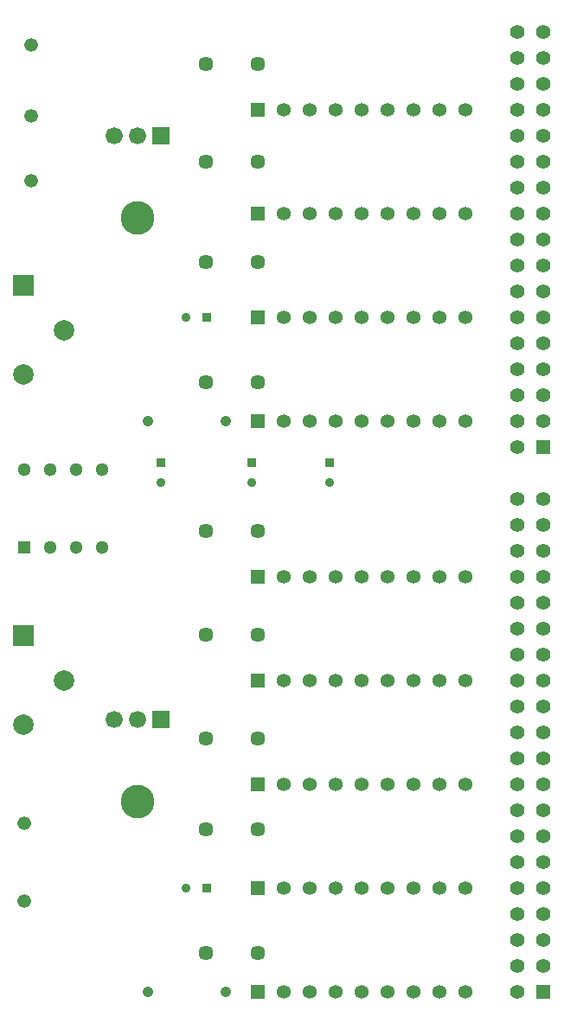
<source format=gbr>
G04 DipTrace 4.3.0.5*
G04 TopPaste.gbr*
%MOMM*%
G04 #@! TF.FileFunction,Paste,Top*
G04 #@! TF.Part,Single*
%ADD43C,3.3*%
%ADD55C,2.0*%
%ADD57R,2.0X2.0*%
%ADD59C,1.3*%
%ADD61R,1.3X1.3*%
%ADD63C,1.324*%
%ADD65C,1.36*%
%ADD67R,1.36X1.36*%
%ADD69C,1.07*%
%ADD71C,1.07*%
%ADD73C,1.68*%
%ADD75R,1.68X1.68*%
%ADD78C,1.4*%
%ADD80R,1.4X1.4*%
%ADD82C,1.45*%
%ADD83C,0.9*%
%ADD84R,0.9X0.9*%
%FSLAX35Y35*%
G04*
G71*
G90*
G75*
G01*
G04 TopPaste*
%LPD*%
D84*
X-2349504Y481000D3*
D83*
X-2349496Y281000D3*
D84*
X-4000503Y481000D3*
D83*
X-4000497Y281000D3*
D84*
X-3111500Y481000D3*
D83*
Y281000D3*
D84*
X-3551250Y-3682996D3*
D83*
X-3751250Y-3683004D3*
D84*
X-3551250Y1905002D3*
D83*
X-3751250Y1904998D3*
D82*
X-3556000Y-3111500D3*
X-3048000D3*
X-3556000Y-4318000D3*
X-3048000D3*
X-3556000Y-1206500D3*
X-3048000D3*
X-3556000Y-190500D3*
X-3048000D3*
X-3556000Y-2222500D3*
X-3048000D3*
X-3556000Y1270000D3*
X-3048000D3*
X-3556000Y2444750D3*
X-3048000D3*
X-3556000Y3429000D3*
X-3048000D3*
X-3556000Y4381500D3*
X-3048000D3*
D80*
X-254500Y635000D3*
D78*
X-508500D3*
X-254500Y889000D3*
X-508500D3*
X-254500Y1143000D3*
X-508500D3*
X-254500Y1397000D3*
X-508500D3*
X-254500Y1651000D3*
X-508500D3*
X-254500Y1905000D3*
X-508500D3*
X-254500Y2159000D3*
X-508500D3*
X-254500Y2413000D3*
X-508500D3*
X-254500Y2667000D3*
X-508500D3*
X-254500Y2921000D3*
X-508500D3*
X-254500Y3175000D3*
X-508500D3*
X-254500Y3429000D3*
X-508500D3*
X-254500Y3683000D3*
X-508500D3*
X-254500Y3937000D3*
X-508500D3*
X-254500Y4191000D3*
X-508500D3*
X-254500Y4445000D3*
X-508500D3*
X-254500Y4699000D3*
X-508500D3*
D80*
X-254000Y-4699000D3*
D78*
X-508000D3*
X-254000Y-4445000D3*
X-508000D3*
X-254000Y-4191000D3*
X-508000D3*
X-254000Y-3937000D3*
X-508000D3*
X-254000Y-3683000D3*
X-508000D3*
X-254000Y-3429000D3*
X-508000D3*
X-254000Y-3175000D3*
X-508000D3*
X-254000Y-2921000D3*
X-508000D3*
X-254000Y-2667000D3*
X-508000D3*
X-254000Y-2413000D3*
X-508000D3*
X-254000Y-2159000D3*
X-508000D3*
X-254000Y-1905000D3*
X-508000D3*
X-254000Y-1651000D3*
X-508000D3*
X-254000Y-1397000D3*
X-508000D3*
X-254000Y-1143000D3*
X-508000D3*
X-254000Y-889000D3*
X-508000D3*
X-254000Y-635000D3*
X-508000D3*
X-254000Y-381000D3*
X-508000D3*
X-254000Y-127000D3*
X-508000D3*
X-254000Y127000D3*
X-508000D3*
D43*
X-4222750Y2873377D3*
Y-2841623D3*
D75*
X-4000500Y-2032000D3*
D73*
X-4229500D3*
X-4458500D3*
D75*
X-4000500Y3683000D3*
D73*
X-4229500D3*
X-4458500D3*
D71*
X-3365500Y-4699000D3*
D69*
X-4127500D3*
D71*
X-3365500Y889011D3*
D69*
X-4127500Y888989D3*
D67*
X-3048001Y-3683030D3*
D65*
X-2794001Y-3683022D3*
X-2540001Y-3683015D3*
X-2286001Y-3683007D3*
X-2032001Y-3683000D3*
X-1778001Y-3682993D3*
X-1524001Y-3682985D3*
X-1270001Y-3682978D3*
X-1016001Y-3682970D3*
D67*
X-3048000Y-4699000D3*
D65*
X-2794000D3*
X-2540000D3*
X-2286000D3*
X-2032000D3*
X-1778000D3*
X-1524000D3*
X-1270000D3*
X-1016000D3*
D67*
X-3048001Y-1651030D3*
D65*
X-2794001Y-1651022D3*
X-2540001Y-1651015D3*
X-2286001Y-1651007D3*
X-2032001Y-1651000D3*
X-1778001Y-1650993D3*
X-1524001Y-1650985D3*
X-1270001Y-1650978D3*
X-1016001Y-1650970D3*
D67*
X-3048001Y-635030D3*
D65*
X-2794001Y-635022D3*
X-2540001Y-635015D3*
X-2286001Y-635007D3*
X-2032001Y-635000D3*
X-1778001Y-634993D3*
X-1524001Y-634985D3*
X-1270001Y-634978D3*
X-1016001Y-634970D3*
D67*
X-3048000Y-2667000D3*
D65*
X-2794000D3*
X-2540000D3*
X-2286000D3*
X-2032000D3*
X-1778000D3*
X-1524000D3*
X-1270000D3*
X-1016000D3*
D67*
X-3048001Y888970D3*
D65*
X-2794001Y888978D3*
X-2540001Y888985D3*
X-2286001Y888993D3*
X-2032001Y889000D3*
X-1778001Y889007D3*
X-1524001Y889015D3*
X-1270001Y889022D3*
X-1016001Y889030D3*
D67*
X-3048000Y1905000D3*
D65*
X-2794000D3*
X-2540000D3*
X-2286000D3*
X-2032000D3*
X-1778000D3*
X-1524000D3*
X-1270000D3*
X-1016000D3*
D67*
X-3048000Y2921000D3*
D65*
X-2794000D3*
X-2540000D3*
X-2286000D3*
X-2032000D3*
X-1778000D3*
X-1524000D3*
X-1270000D3*
X-1016000D3*
D67*
X-3048001Y3936970D3*
D65*
X-2794001Y3936978D3*
X-2540001Y3936985D3*
X-2286001Y3936993D3*
X-2032001Y3937000D3*
X-1778001Y3937007D3*
X-1524001Y3937015D3*
X-1270001Y3937022D3*
X-1016001Y3937030D3*
D63*
X-5270500Y4572000D3*
X-5334000Y-3048000D3*
Y-3810000D3*
X-5270500Y3238500D3*
Y3873500D3*
D61*
X-5333993Y-349257D3*
D59*
X-5079993Y-349252D3*
X-4825993Y-349248D3*
X-4571993Y-349243D3*
X-4572007Y412757D3*
X-4826007Y412752D3*
X-5080007Y412748D3*
X-5334007Y412743D3*
D57*
X-5341513Y-1214003D3*
D55*
X-4945500Y-1650991D3*
X-5341487Y-2088003D3*
D57*
X-5341500Y2215000D3*
D55*
X-4945500Y1778000D3*
X-5341500Y1341000D3*
M02*

</source>
